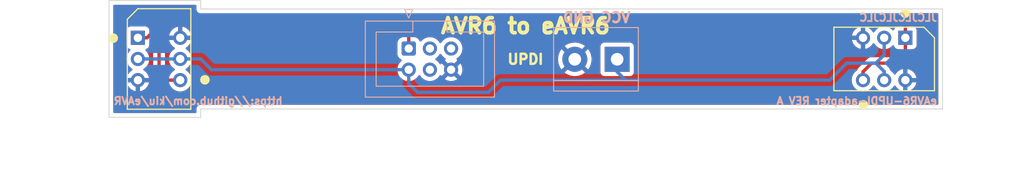
<source format=kicad_pcb>
(kicad_pcb (version 20211014) (generator pcbnew)
  (title_block (title "eAVR6-UPDI Adapter") (company "Nakamura Labs") (comment 1 "https://github.com/kiu/eAVR"))
  (layers (0 "F.Cu" signal) (31 "B.Cu" signal) (34 "B.Paste" user) (35 "F.Paste" user) (36 "B.SilkS" user "B.Silkscreen") (37 "F.SilkS" user "F.Silkscreen") (38 "B.Mask" user) (39 "F.Mask" user) (44 "Edge.Cuts" user))
  (net 0 "")
  (net 1 "Net-(J1-Pad1)")
  (net 4 "VCC")
  (net 6 "GND")
  (footprint "eAVR:eAVR6-UPDI-EdgeSocket_2x03_P2.54mm_Vertical" (layer "F.Cu") (at 149.54 62.46 -90)
    (fp_text reference "J3" hide)
    (fp_text value "AVR-UPDI-6")
    (fp_line (start -3.81 6.0325) (end 3.81 6.0325) (layer "F.SilkS") (width 0.15))
    (fp_line (start 3.81 -6.0325) (end 3.81 6.0325) (layer "F.SilkS") (width 0.15))
    (fp_line (start -2.54 -6.0325) (end 3.81 -6.0325) (layer "F.SilkS") (width 0.15))
    (fp_line (start -3.81 -4.7625) (end -3.81 6.0325) (layer "F.SilkS") (width 0.15))
    (fp_line (start -3.81 -4.7625) (end -2.54 -6.0325) (layer "F.SilkS") (width 0.15))
    (fp_circle (center 5.5 2.5) (end 6 2.5) (layer "F.SilkS") (width 0.15) (fill solid))
    (fp_circle (center -5.5 -2.5) (end -5 -2.5) (layer "F.SilkS") (width 0.15) (fill solid))
    (pad "1" thru_hole oval (at 2.54 2.54 270) (size 1.7 1.7) (drill 1) (layers *.Cu *.Mask) (net 1 "Net-(J1-Pad1)"))
    (pad "1" thru_hole rect (at -2.54 -2.54 270) (size 1.7 1.7) (drill 1) (layers *.Cu *.Mask) (net 1 "Net-(J1-Pad1)"))
    (pad "2" thru_hole oval (at -2.54 0 270) (size 1.7 1.7) (drill 1) (layers *.Cu *.Mask) (net 4 "VCC"))
    (pad "2" thru_hole oval (at 2.54 0 270) (size 1.7 1.7) (drill 1) (layers *.Cu *.Mask) (net 4 "VCC"))
    (pad "6" thru_hole oval (at 2.54 -2.54 270) (size 1.7 1.7) (drill 1) (layers *.Cu *.Mask) (net 6 "GND"))
    (pad "6" thru_hole oval (at -2.54 2.54 270) (size 1.7 1.7) (drill 1) (layers *.Cu *.Mask) (net 6 "GND"))
  )
  (footprint "eAVR:eAVR6-UPDI-EdgeSocket_2x03_P2.54mm_Vertical" (layer "F.Cu") (at 62.54 62.46)
    (fp_text reference "J2" hide)
    (fp_text value "AVR-UPDI-6")
    (fp_line (start -3.81 -4.7625) (end -2.54 -6.0325) (layer "F.SilkS") (width 0.15))
    (fp_line (start -3.81 -4.7625) (end -3.81 6.0325) (layer "F.SilkS") (width 0.15))
    (fp_line (start 3.81 -6.0325) (end 3.81 6.0325) (layer "F.SilkS") (width 0.15))
    (fp_line (start -2.54 -6.0325) (end 3.81 -6.0325) (layer "F.SilkS") (width 0.15))
    (fp_line (start -3.81 6.0325) (end 3.81 6.0325) (layer "F.SilkS") (width 0.15))
    (fp_circle (center 5.5 2.5) (end 6 2.5) (layer "F.SilkS") (width 0.15) (fill solid))
    (fp_circle (center -5.5 -2.5) (end -5 -2.5) (layer "F.SilkS") (width 0.15) (fill solid))
    (pad "1" thru_hole oval (at 2.54 2.54) (size 1.7 1.7) (drill 1) (layers *.Cu *.Mask) (net 1 "Net-(J1-Pad1)"))
    (pad "1" thru_hole rect (at -2.54 -2.54) (size 1.7 1.7) (drill 1) (layers *.Cu *.Mask) (net 1 "Net-(J1-Pad1)"))
    (pad "2" thru_hole oval (at -2.54 0) (size 1.7 1.7) (drill 1) (layers *.Cu *.Mask) (net 4 "VCC"))
    (pad "2" thru_hole oval (at 2.54 0) (size 1.7 1.7) (drill 1) (layers *.Cu *.Mask) (net 4 "VCC"))
    (pad "6" thru_hole oval (at 2.54 -2.54) (size 1.7 1.7) (drill 1) (layers *.Cu *.Mask) (net 6 "GND"))
    (pad "6" thru_hole oval (at -2.54 2.54) (size 1.7 1.7) (drill 1) (layers *.Cu *.Mask) (net 6 "GND"))
  )
  (footprint "TerminalBlock:TerminalBlock_bornier-2_P5.08mm" (layer "B.Cu") (at 117.5 62.5 180)
    (fp_text reference "J4" hide)
    (fp_text value "Screw_Terminal_01x02")
    (fp_line (start 7.62 -2.54) (end -2.54 -2.54) (layer "B.SilkS") (width 0.12))
    (fp_line (start -2.54 -3.81) (end 7.62 -3.81) (layer "B.SilkS") (width 0.12))
    (fp_line (start 7.62 -3.81) (end 7.62 3.81) (layer "B.SilkS") (width 0.12))
    (fp_line (start -2.54 3.81) (end -2.54 -3.81) (layer "B.SilkS") (width 0.12))
    (fp_line (start 7.62 3.81) (end -2.54 3.81) (layer "B.SilkS") (width 0.12))
    (pad "1" thru_hole rect locked (at 0 0 180) (size 3 3) (drill 1.52) (layers *.Cu *.Mask) (net 4 "VCC"))
    (pad "2" thru_hole circle locked (at 5.08 0 180) (size 3 3) (drill 1.52) (layers *.Cu *.Mask) (net 6 "GND"))
  )
  (footprint "Connector_IDC:IDC-Header_2x03_P2.54mm_Vertical" (layer "B.Cu") (at 92.495 61.2075 -90)
    (fp_text reference "J1" hide)
    (fp_text value "AVR-UPDI-6")
    (fp_line (start -3.29 -10.29) (end -3.29 5.21) (layer "B.SilkS") (width 0.12))
    (fp_line (start -3.29 5.21) (end 5.83 5.21) (layer "B.SilkS") (width 0.12))
    (fp_line (start -1.98 3.91) (end 4.52 3.91) (layer "B.SilkS") (width 0.12))
    (fp_line (start -1.98 -8.99) (end -1.98 -4.59) (layer "B.SilkS") (width 0.12))
    (fp_line (start -3.29 -0.49) (end -1.98 -0.49) (layer "B.SilkS") (width 0.12))
    (fp_line (start -3.68 0) (end -4.68 0.5) (layer "B.SilkS") (width 0.12))
    (fp_line (start 5.83 -10.29) (end -3.29 -10.29) (layer "B.SilkS") (width 0.12))
    (fp_line (start -1.98 -0.49) (end -1.98 3.91) (layer "B.SilkS") (width 0.12))
    (fp_line (start 4.52 3.91) (end 4.52 -8.99) (layer "B.SilkS") (width 0.12))
    (fp_line (start -4.68 0.5) (end -4.68 -0.5) (layer "B.SilkS") (width 0.12))
    (fp_line (start -1.98 -4.59) (end -3.29 -4.59) (layer "B.SilkS") (width 0.12))
    (fp_line (start 5.83 5.21) (end 5.83 -10.29) (layer "B.SilkS") (width 0.12))
    (fp_line (start -4.68 -0.5) (end -3.68 0) (layer "B.SilkS") (width 0.12))
    (fp_line (start -1.98 -4.59) (end -1.98 -4.59) (layer "B.SilkS") (width 0.12))
    (fp_line (start 4.52 -8.99) (end -1.98 -8.99) (layer "B.SilkS") (width 0.12))
    (pad "1" thru_hole roundrect locked (at 0 0 270) (size 1.7 1.7) (drill 1) (layers *.Cu *.Mask) (roundrect_rratio 0.147059) (net 1 "Net-(J1-Pad1)"))
    (pad "2" thru_hole circle locked (at 2.54 0 270) (size 1.7 1.7) (drill 1) (layers *.Cu *.Mask) (net 4 "VCC"))
    (pad "3" thru_hole circle locked (at 0 -2.54 270) (size 1.7 1.7) (drill 1) (layers *.Cu *.Mask))
    (pad "4" thru_hole circle locked (at 2.54 -2.54 270) (size 1.7 1.7) (drill 1) (layers *.Cu *.Mask))
    (pad "5" thru_hole circle locked (at 0 -5.08 270) (size 1.7 1.7) (drill 1) (layers *.Cu *.Mask))
    (pad "6" thru_hole circle locked (at 2.54 -5.08 270) (size 1.7 1.7) (drill 1) (layers *.Cu *.Mask) (net 6 "GND"))
  )
  (gr_line (start 67.54 68.46) (end 67.54 69.46) (layer "Edge.Cuts") (width 0.1))
  (gr_line (start 156.54 68.46) (end 67.54 68.46) (layer "Edge.Cuts") (width 0.1))
  (gr_line (start 56.54 69.46) (end 56.54 55.46) (layer "Edge.Cuts") (width 0.1))
  (gr_line (start 67.54 56.46) (end 67.54 55.46) (layer "Edge.Cuts") (width 0.1))
  (gr_line (start 67.54 69.46) (end 56.54 69.46) (layer "Edge.Cuts") (width 0.1))
  (gr_line (start 56.54 55.46) (end 67.54 55.46) (layer "Edge.Cuts") (width 0.1))
  (gr_line (start 156.54 56.46) (end 156.54 68.46) (layer "Edge.Cuts") (width 0.1))
  (gr_line (start 156.54 56.46) (end 67.54 56.46) (layer "Edge.Cuts") (width 0.1))
  (gr_text "https://github.com/kiu/eAVR" (at 57 67.5) (layer "B.SilkS") (effects (font (size 0.9 0.9) (thickness 0.22)) (justify right mirror)))
  (gr_text "JLCJLCJLCJLC" (at 156 57.5) (layer "B.SilkS") (effects (font (size 0.9 0.9) (thickness 0.225)) (justify left mirror)))
  (gr_text "VCC GND" (at 115.04 57.5) (layer "B.SilkS") (effects (font (size 1.2 1.2) (thickness 0.3)) (justify mirror)))
  (gr_text "eAVR6-UPDI-adapter REV A\n" (at 156 67.5) (layer "B.SilkS") (effects (font (size 0.9 0.9) (thickness 0.22)) (justify left mirror)))
  (gr_text "UPDI" (at 106.5 62.5) (layer "F.SilkS") (effects (font (size 1.2 1.2) (thickness 0.3))))
  (gr_text "AVR6 to eAVR6" (at 106.5 58.5) (layer "F.SilkS") (effects (font (size 1.8 1.8) (thickness 0.45))))
  (segment (start 60 59.92) (end 61.08 59.92) (width 0.4) (layer "F.Cu") (net 1))
  (segment (start 152.08 58.5) (end 151.04 57.46) (width 0.4) (layer "F.Cu") (net 1))
  (segment (start 62.54 60.96) (end 62.54 58.96) (width 0.4) (layer "F.Cu") (net 1))
  (segment (start 63.54 57.46) (end 94.04 57.46) (width 0.4) (layer "F.Cu") (net 1))
  (segment (start 63.58 65) (end 65.08 65) (width 0.4) (layer "F.Cu") (net 1))
  (segment (start 62.54 63.96) (end 63.58 65) (width 0.4) (layer "F.Cu") (net 1))
  (segment (start 92.495 59.005) (end 92.495 61.2075) (width 0.4) (layer "F.Cu") (net 1))
  (segment (start 152.08 61.92) (end 151.04 62.96) (width 0.4) (layer "F.Cu") (net 1))
  (segment (start 62.54 58.46) (end 61.08 59.92) (width 0.4) (layer "F.Cu") (net 1))
  (segment (start 62.54 60.96) (end 62.54 63.96) (width 0.4) (layer "F.Cu") (net 1))
  (segment (start 147 64) (end 147 65) (width 0.4) (layer "F.Cu") (net 1))
  (segment (start 151.04 62.96) (end 148.04 62.96) (width 0.4) (layer "F.Cu") (net 1))
  (segment (start 62.54 58.96) (end 62.54 58.46) (width 0.4) (layer "F.Cu") (net 1))
  (segment (start 148.04 62.96) (end 147 64) (width 0.4) (layer "F.Cu") (net 1))
  (segment (start 152.08 59.92) (end 152.08 58.5) (width 0.4) (layer "F.Cu") (net 1))
  (segment (start 151.04 57.46) (end 94.04 57.46) (width 0.4) (layer "F.Cu") (net 1))
  (segment (start 152.08 59.92) (end 152.08 61.92) (width 0.4) (layer "F.Cu") (net 1))
  (segment (start 62.54 58.46) (end 63.54 57.46) (width 0.4) (layer "F.Cu") (net 1))
  (segment (start 94.04 57.46) (end 92.495 59.005) (width 0.4) (layer "F.Cu") (net 1))
  (segment (start 118.5 65) (end 143 65) (width 0.4) (layer "B.Cu") (net 4))
  (segment (start 149.54 59.92) (end 149.54 61.96) (width 0.4) (layer "B.Cu") (net 4))
  (segment (start 145.04 62.96) (end 148.54 62.96) (width 0.4) (layer "B.Cu") (net 4))
  (segment (start 92.495 65.415) (end 92.495 63.7475) (width 0.4) (layer "B.Cu") (net 4))
  (segment (start 103.5 65) (end 102.04 66.46) (width 0.4) (layer "B.Cu") (net 4))
  (segment (start 149.54 63.96) (end 149.54 65) (width 0.4) (layer "B.Cu") (net 4))
  (segment (start 102.04 66.46) (end 93.54 66.46) (width 0.4) (layer "B.Cu") (net 4))
  (segment (start 148.54 62.96) (end 149.54 63.96) (width 0.4) (layer "B.Cu") (net 4))
  (segment (start 117.5 62.5) (end 117.5 64) (width 0.4) (layer "B.Cu") (net 4))
  (segment (start 93.54 66.46) (end 92.495 65.415) (width 0.4) (layer "B.Cu") (net 4))
  (segment (start 65.08 62.46) (end 60 62.46) (width 0.4) (layer "B.Cu") (net 4))
  (segment (start 114.04 65) (end 118.5 65) (width 0.4) (layer "B.Cu") (net 4))
  (segment (start 68.8275 63.7475) (end 67.54 62.46) (width 0.4) (layer "B.Cu") (net 4))
  (segment (start 67.54 62.46) (end 65.08 62.46) (width 0.4) (layer "B.Cu") (net 4))
  (segment (start 143 65) (end 145.04 62.96) (width 0.4) (layer "B.Cu") (net 4))
  (segment (start 113.5 65) (end 103.5 65) (width 0.4) (layer "B.Cu") (net 4))
  (segment (start 114.04 65) (end 113.5 65) (width 0.4) (layer "B.Cu") (net 4))
  (segment (start 149.54 61.96) (end 148.54 62.96) (width 0.4) (layer "B.Cu") (net 4))
  (segment (start 117.5 64) (end 118.5 65) (width 0.4) (layer "B.Cu") (net 4))
  (segment (start 92.495 63.7475) (end 68.8275 63.7475) (width 0.4) (layer "B.Cu") (net 4))
  (zone (net 6) (net_name "GND") (layers F&B.Cu) (connect_pads (clearance 0.508)) (min_thickness 0.254) (fill yes (thermal_gap 0.508) (thermal_bridge_width 0.508))
    (polygon (pts (xy 156.54 69.46) (xy 56.54 69.46) (xy 56.54 55.46) (xy 156.54 55.46)))
  )
)
</source>
